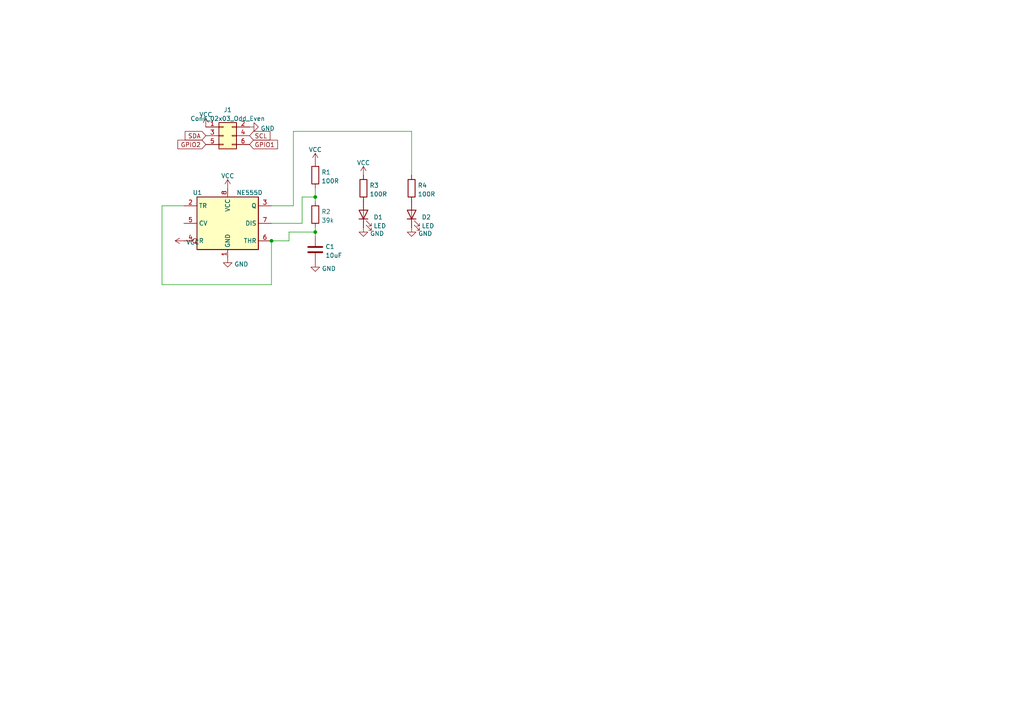
<source format=kicad_sch>
(kicad_sch (version 20211123) (generator eeschema)
  (paper "A4")
  (lib_symbols
    (symbol "Connector_Generic:Conn_02x03_Odd_Even" (pin_names (offset 1.016) hide)
      (property "Reference" "J" (at 1.27 5.08 0))
      (property "Value" "Conn_02x03_Odd_Even" (at 1.27 -5.08 0))
      (symbol "Conn_02x03_Odd_Even_1_1"
        (rectangle (start -1.27 -2.413) (end 0 -2.667) (stroke (width 0.1524)))
        (rectangle (start -1.27 0.127) (end 0 -0.127) (stroke (width 0.1524)))
        (rectangle (start -1.27 2.667) (end 0 2.413) (stroke (width 0.1524)))
        (rectangle (start -1.27 3.81) (end 3.81 -3.81) (stroke (width 0.254)) (fill (type background)))
        (rectangle (start 3.81 -2.413) (end 2.54 -2.667) (stroke (width 0.1524)))
        (rectangle (start 3.81 0.127) (end 2.54 -0.127) (stroke (width 0.1524)))
        (rectangle (start 3.81 2.667) (end 2.54 2.413) (stroke (width 0.1524)))
        (pin passive line (at -5.08 2.54 0) (length 3.81) (name "Pin_1") (number "1"))
        (pin passive line (at 7.62 2.54 180) (length 3.81) (name "Pin_2") (number "2"))
        (pin passive line (at -5.08 0 0) (length 3.81) (name "Pin_3") (number "3"))
        (pin passive line (at 7.62 0 180) (length 3.81) (name "Pin_4") (number "4"))
        (pin passive line (at -5.08 -2.54 0) (length 3.81) (name "Pin_5") (number "5"))
        (pin passive line (at 7.62 -2.54 180) (length 3.81) (name "Pin_6") (number "6"))
      )
    )
    (symbol "Device:C" (pin_numbers hide) (pin_names (offset 0.254))
      (property "Reference" "C" (at 0.635 2.54 0))
      (property "Value" "C" (at 0.635 -2.54 0))
      (symbol "C_0_1"
        (polyline (pts (xy -2.032 -0.762) (xy 2.032 -0.762)) (stroke (width 0.508)))
        (polyline (pts (xy -2.032 0.762) (xy 2.032 0.762)) (stroke (width 0.508)))
      )
      (symbol "C_1_1"
        (pin passive line (at 0 3.81 270) (length 2.794) (name "~") (number "1"))
        (pin passive line (at 0 -3.81 90) (length 2.794) (name "~") (number "2"))
      )
    )
    (symbol "Device:LED" (pin_numbers hide) (pin_names (offset 1.016) hide)
      (property "Reference" "D" (at 0 2.54 0))
      (property "Value" "LED" (at 0 -2.54 0))
      (symbol "LED_0_1"
        (polyline (pts (xy -1.27 -1.27) (xy -1.27 1.27)) (stroke (width 0.254)))
        (polyline (pts (xy -1.27 0) (xy 1.27 0)))
        (polyline (pts (xy 1.27 -1.27) (xy 1.27 1.27) (xy -1.27 0) (xy 1.27 -1.27)) (stroke (width 0.254)))
        (polyline (pts (xy -3.048 -0.762) (xy -4.572 -2.286) (xy -3.81 -2.286) (xy -4.572 -2.286) (xy -4.572 -1.524)))
        (polyline (pts (xy -1.778 -0.762) (xy -3.302 -2.286) (xy -2.54 -2.286) (xy -3.302 -2.286) (xy -3.302 -1.524)))
      )
      (symbol "LED_1_1"
        (pin passive line (at -3.81 0 0) (length 2.54) (name "K") (number "1"))
        (pin passive line (at 3.81 0 180) (length 2.54) (name "A") (number "2"))
      )
    )
    (symbol "Device:R" (pin_numbers hide) (pin_names (offset 0))
      (property "Reference" "R" (at 2.032 0 90))
      (property "Value" "R" (at 0 0 90))
      (symbol "R_0_1"
        (rectangle (start -1.016 -2.54) (end 1.016 2.54) (stroke (width 0.254)))
      )
      (symbol "R_1_1"
        (pin passive line (at 0 3.81 270) (length 1.27) (name "~") (number "1"))
        (pin passive line (at 0 -3.81 90) (length 1.27) (name "~") (number "2"))
      )
    )
    (symbol "Timer:NE555D"
      (property "Reference" "U" (at -10.16 8.89 0))
      (property "Value" "NE555D" (at 2.54 8.89 0))
      (symbol "NE555D_0_0"
        (pin power_in line (at 0 -10.16 90) (length 2.54) (name "GND") (number "1"))
        (pin power_in line (at 0 10.16 270) (length 2.54) (name "VCC") (number "8"))
      )
      (symbol "NE555D_0_1"
        (rectangle (start -8.89 -7.62) (end 8.89 7.62) (stroke (width 0.254)) (fill (type background)))
        (rectangle (start -8.89 -7.62) (end 8.89 7.62) (stroke (width 0.254)) (fill (type background)))
      )
      (symbol "NE555D_1_1"
        (pin input line (at -12.7 5.08 0) (length 3.81) (name "TR") (number "2"))
        (pin output line (at 12.7 5.08 180) (length 3.81) (name "Q") (number "3"))
        (pin input inverted (at -12.7 -5.08 0) (length 3.81) (name "R") (number "4"))
        (pin input line (at -12.7 0 0) (length 3.81) (name "CV") (number "5"))
        (pin input line (at 12.7 -5.08 180) (length 3.81) (name "THR") (number "6"))
        (pin input line (at 12.7 0 180) (length 3.81) (name "DIS") (number "7"))
      )
    )
    (symbol "power:GND" (power) (pin_names (offset 0))
      (property "Value" "GND" (at 0 -3.81 0))
      (symbol "GND_0_1"
        (polyline (pts (xy 0 0) (xy 0 -1.27) (xy 1.27 -1.27) (xy 0 -2.54) (xy -1.27 -1.27) (xy 0 -1.27)))
      )
      (symbol "GND_1_1"
        (pin power_in line (at 0 0 270) (length 0) hide (name "GND") (number "1"))
      )
    )
    (symbol "power:VCC" (power) (pin_names (offset 0))
      (property "Value" "VCC" (at 0 3.81 0))
      (symbol "VCC_0_1"
        (polyline (pts (xy -0.762 1.27) (xy 0 2.54)))
        (polyline (pts (xy 0 0) (xy 0 2.54)))
        (polyline (pts (xy 0 2.54) (xy 0.762 1.27)))
      )
      (symbol "VCC_1_1"
        (pin power_in line (at 0 0 90) (length 0) hide (name "VCC") (number "1"))
      )
    )
  )
  (junction (at 91.44 57.15))
  (junction (at 91.44 67.31))
  (junction (at 78.74 69.85))
  (wire (pts (xy 78.74 64.77) (xy 87.63 64.77)))
  (wire (pts (xy 53.34 59.69) (xy 46.99 59.69)))
  (wire (pts (xy 78.74 69.85) (xy 83.82 69.85)))
  (wire (pts (xy 83.82 69.85) (xy 83.82 67.31)))
  (wire (pts (xy 87.63 64.77) (xy 87.63 57.15)))
  (wire (pts (xy 91.44 54.61) (xy 91.44 57.15)))
  (wire (pts (xy 83.82 67.31) (xy 91.44 67.31)))
  (wire (pts (xy 85.09 59.69) (xy 85.09 38.1)))
  (wire (pts (xy 91.44 68.58) (xy 91.44 67.31)))
  (wire (pts (xy 91.44 67.31) (xy 91.44 66.04)))
  (wire (pts (xy 85.09 38.1) (xy 119.38 38.1)))
  (wire (pts (xy 91.44 57.15) (xy 91.44 58.42)))
  (wire (pts (xy 46.99 82.55) (xy 78.74 82.55)))
  (wire (pts (xy 119.38 38.1) (xy 119.38 50.8)))
  (wire (pts (xy 87.63 57.15) (xy 91.44 57.15)))
  (wire (pts (xy 78.74 59.69) (xy 85.09 59.69)))
  (wire (pts (xy 46.99 59.69) (xy 46.99 82.55)))
  (wire (pts (xy 78.74 82.55) (xy 78.74 69.85)))
  (global_label "SCL" (shape input) (at 72.39 39.37 0) (property "Intersheet References" "${INTERSHEET_REFS}" (effects hide)))
  (global_label "GPIO1" (shape input) (at 72.39 41.91 0) (property "Intersheet References" "${INTERSHEET_REFS}" (effects hide)))
  (global_label "GPIO2" (shape input) (at 59.69 41.91 180) (property "Intersheet References" "${INTERSHEET_REFS}" (effects hide)))
  (global_label "SDA" (shape input) (at 59.69 39.37 180) (property "Intersheet References" "${INTERSHEET_REFS}" (effects hide)))
  (symbol (lib_id "power:VCC") (at 91.44 46.99 0) (unit 1)
    (property "Reference" "#PWR0110" (effects hide))
    (property "Value" "VCC" (at 91.44 43.4142 0))
  )
  (symbol (lib_id "Connector_Generic:Conn_02x03_Odd_Even") (at 64.77 39.37 0) (unit 1)
    (property "Reference" "J1" (at 66.04 31.8602 0))
    (property "Value" "Conn_02x03_Odd_Even" (at 66.04 34.3971 0))
    (property "Footprint" "Connector_IDC:IDC-Header_2x03_P2.54mm_Vertical" (effects hide))
  )
  (symbol (lib_id "power:VCC") (at 59.69 36.83 0) (unit 1)
    (property "Reference" "#PWR0101" (effects hide))
    (property "Value" "VCC" (at 59.69 33.2542 0))
  )
  (symbol (lib_id "power:VCC") (at 105.41 50.8 0) (unit 1)
    (property "Reference" "#PWR0108" (effects hide))
    (property "Value" "VCC" (at 105.41 47.2242 0))
  )
  (symbol (lib_id "Device:R") (at 105.41 54.61 0) (unit 1)
    (property "Reference" "R3" (at 107.188 53.7753 0) (effects (justify left)))
    (property "Value" "100R" (at 107.188 56.3122 0) (effects (justify left)))
    (property "Footprint" "Resistor_SMD:R_0805_2012Metric_Pad1.20x1.40mm_HandSolder" (effects hide))
  )
  (symbol (lib_id "Device:R") (at 91.44 50.8 0) (unit 1)
    (property "Reference" "R1" (at 93.218 49.9653 0) (effects (justify left)))
    (property "Value" "100R" (at 93.218 52.5022 0) (effects (justify left)))
    (property "Footprint" "Resistor_SMD:R_0805_2012Metric_Pad1.20x1.40mm_HandSolder" (effects hide))
  )
  (symbol (lib_id "Device:LED") (at 105.41 62.23 90) (unit 1)
    (property "Reference" "D1" (at 108.331 62.9828 90) (effects (justify right)))
    (property "Value" "LED" (at 108.331 65.5197 90) (effects (justify right)))
    (property "Footprint" "LED_SMD:LED_0805_2012Metric_Pad1.15x1.40mm_HandSolder" (effects hide))
  )
  (symbol (lib_id "power:GND") (at 91.44 76.2 0) (unit 1)
    (property "Reference" "#PWR0109" (effects hide))
    (property "Value" "GND" (at 93.345 77.9038 0) (effects (justify left)))
  )
  (symbol (lib_id "Device:R") (at 91.44 62.23 0) (unit 1)
    (property "Reference" "R2" (at 93.218 61.3953 0) (effects (justify left)))
    (property "Value" "39k" (at 93.218 63.9322 0) (effects (justify left)))
    (property "Footprint" "Resistor_SMD:R_0805_2012Metric_Pad1.20x1.40mm_HandSolder" (effects hide))
  )
  (symbol (lib_id "power:VCC") (at 66.04 54.61 0) (unit 1)
    (property "Reference" "#PWR0103" (effects hide))
    (property "Value" "VCC" (at 66.04 51.0342 0))
  )
  (symbol (lib_id "power:GND") (at 105.41 66.04 0) (unit 1)
    (property "Reference" "#PWR0106" (effects hide))
    (property "Value" "GND" (at 107.315 67.7438 0) (effects (justify left)))
  )
  (symbol (lib_id "Device:LED") (at 119.38 62.23 90) (unit 1)
    (property "Reference" "D2" (at 122.301 62.9828 90) (effects (justify right)))
    (property "Value" "LED" (at 122.301 65.5197 90) (effects (justify right)))
    (property "Footprint" "LED_SMD:LED_0805_2012Metric_Pad1.15x1.40mm_HandSolder" (effects hide))
  )
  (symbol (lib_id "power:VCC") (at 53.34 69.85 90) (unit 1)
    (property "Reference" "#PWR0105" (effects hide))
    (property "Value" "VCC" (at 53.975 70.2838 90) (effects (justify right)))
  )
  (symbol (lib_id "power:GND") (at 72.39 36.83 90) (unit 1)
    (property "Reference" "#PWR0102" (effects hide))
    (property "Value" "GND" (at 75.565 37.2638 90) (effects (justify right)))
  )
  (symbol (lib_id "Timer:NE555D") (at 66.04 64.77 0) (unit 1)
    (property "Reference" "U1" (at 55.88 55.88 0) (effects (justify left)))
    (property "Value" "NE555D" (at 68.58 55.88 0) (effects (justify left)))
    (property "Footprint" "Package_SO:SOIC-8_3.9x4.9mm_P1.27mm" (effects hide))
    (property "Datasheet" "http://www.ti.com/lit/ds/symlink/ne555.pdf" (effects hide))
  )
  (symbol (lib_id "power:GND") (at 119.38 66.04 0) (unit 1)
    (property "Reference" "#PWR0107" (effects hide))
    (property "Value" "GND" (at 121.285 67.7438 0) (effects (justify left)))
  )
  (symbol (lib_id "Device:C") (at 91.44 72.39 0) (unit 1)
    (property "Reference" "C1" (at 94.361 71.5553 0) (effects (justify left)))
    (property "Value" "10uF" (at 94.361 74.0922 0) (effects (justify left)))
    (property "Footprint" "Capacitor_SMD:C_0805_2012Metric_Pad1.18x1.45mm_HandSolder" (effects hide))
  )
  (symbol (lib_id "Device:R") (at 119.38 54.61 0) (unit 1)
    (property "Reference" "R4" (at 121.158 53.7753 0) (effects (justify left)))
    (property "Value" "100R" (at 121.158 56.3122 0) (effects (justify left)))
    (property "Footprint" "Resistor_SMD:R_0805_2012Metric_Pad1.20x1.40mm_HandSolder" (effects hide))
  )
  (symbol (lib_id "power:GND") (at 66.04 74.93 0) (unit 1)
    (property "Reference" "#PWR0104" (effects hide))
    (property "Value" "GND" (at 67.945 76.6338 0) (effects (justify left)))
  )
)
</source>
